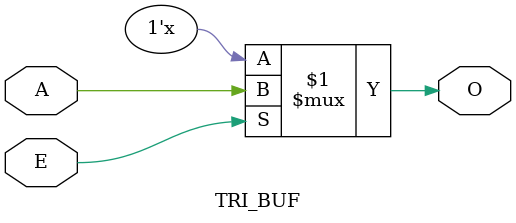
<source format=v>
module TRI_BUF(O,A,E);
	input wire A,E;
	output wire O;
	assign O = (E)?A:1'bz;
endmodule
</source>
